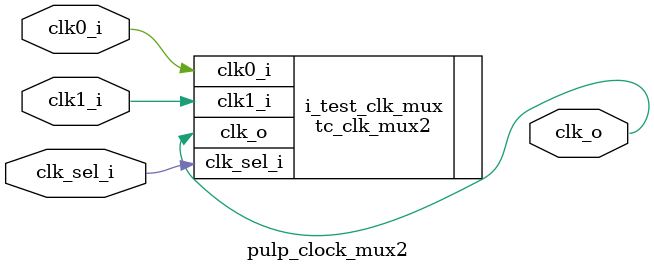
<source format=sv>

module pulp_clock_mux2
(
    input  logic clk0_i,
    input  logic clk1_i,
    input  logic clk_sel_i,
    output logic clk_o
  );

   // Mux between the regular muxed clock and the test_clk_i used for DFT.
  tc_clk_mux2 i_test_clk_mux(
    .clk0_i(clk0_i),
    .clk1_i(clk1_i),
    .clk_sel_i(clk_sel_i),
    .clk_o(clk_o)
  );


endmodule
</source>
